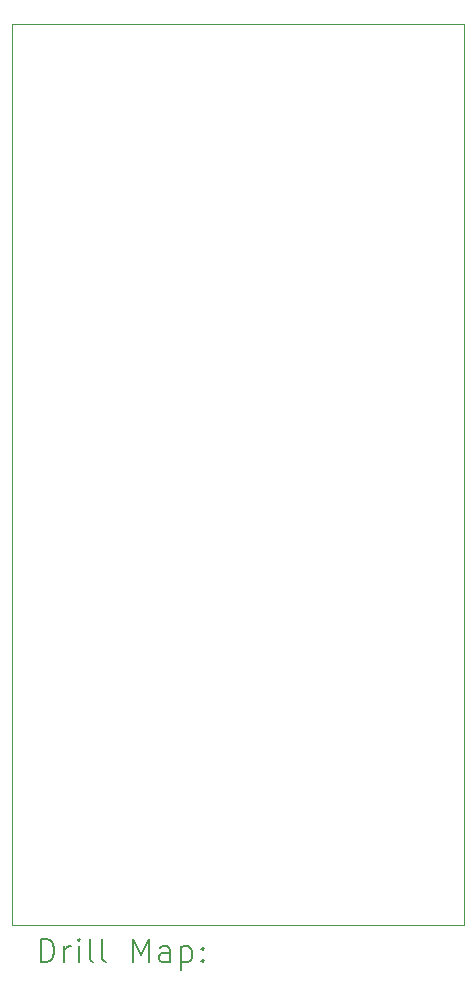
<source format=gbr>
%TF.GenerationSoftware,KiCad,Pcbnew,7.0.1*%
%TF.CreationDate,2023-04-04T13:23:31+02:00*%
%TF.ProjectId,weit_generator,77656974-5f67-4656-9e65-7261746f722e,rev?*%
%TF.SameCoordinates,Original*%
%TF.FileFunction,Drillmap*%
%TF.FilePolarity,Positive*%
%FSLAX45Y45*%
G04 Gerber Fmt 4.5, Leading zero omitted, Abs format (unit mm)*
G04 Created by KiCad (PCBNEW 7.0.1) date 2023-04-04 13:23:31*
%MOMM*%
%LPD*%
G01*
G04 APERTURE LIST*
%ADD10C,0.100000*%
%ADD11C,0.200000*%
G04 APERTURE END LIST*
D10*
X13275000Y-6500000D02*
X17100000Y-6500000D01*
X17100000Y-14125000D01*
X13275000Y-14125000D01*
X13275000Y-6500000D01*
D11*
X13517619Y-14442524D02*
X13517619Y-14242524D01*
X13517619Y-14242524D02*
X13565238Y-14242524D01*
X13565238Y-14242524D02*
X13593809Y-14252048D01*
X13593809Y-14252048D02*
X13612857Y-14271095D01*
X13612857Y-14271095D02*
X13622381Y-14290143D01*
X13622381Y-14290143D02*
X13631905Y-14328238D01*
X13631905Y-14328238D02*
X13631905Y-14356809D01*
X13631905Y-14356809D02*
X13622381Y-14394905D01*
X13622381Y-14394905D02*
X13612857Y-14413952D01*
X13612857Y-14413952D02*
X13593809Y-14433000D01*
X13593809Y-14433000D02*
X13565238Y-14442524D01*
X13565238Y-14442524D02*
X13517619Y-14442524D01*
X13717619Y-14442524D02*
X13717619Y-14309190D01*
X13717619Y-14347286D02*
X13727143Y-14328238D01*
X13727143Y-14328238D02*
X13736667Y-14318714D01*
X13736667Y-14318714D02*
X13755714Y-14309190D01*
X13755714Y-14309190D02*
X13774762Y-14309190D01*
X13841428Y-14442524D02*
X13841428Y-14309190D01*
X13841428Y-14242524D02*
X13831905Y-14252048D01*
X13831905Y-14252048D02*
X13841428Y-14261571D01*
X13841428Y-14261571D02*
X13850952Y-14252048D01*
X13850952Y-14252048D02*
X13841428Y-14242524D01*
X13841428Y-14242524D02*
X13841428Y-14261571D01*
X13965238Y-14442524D02*
X13946190Y-14433000D01*
X13946190Y-14433000D02*
X13936667Y-14413952D01*
X13936667Y-14413952D02*
X13936667Y-14242524D01*
X14070000Y-14442524D02*
X14050952Y-14433000D01*
X14050952Y-14433000D02*
X14041428Y-14413952D01*
X14041428Y-14413952D02*
X14041428Y-14242524D01*
X14298571Y-14442524D02*
X14298571Y-14242524D01*
X14298571Y-14242524D02*
X14365238Y-14385381D01*
X14365238Y-14385381D02*
X14431905Y-14242524D01*
X14431905Y-14242524D02*
X14431905Y-14442524D01*
X14612857Y-14442524D02*
X14612857Y-14337762D01*
X14612857Y-14337762D02*
X14603333Y-14318714D01*
X14603333Y-14318714D02*
X14584286Y-14309190D01*
X14584286Y-14309190D02*
X14546190Y-14309190D01*
X14546190Y-14309190D02*
X14527143Y-14318714D01*
X14612857Y-14433000D02*
X14593809Y-14442524D01*
X14593809Y-14442524D02*
X14546190Y-14442524D01*
X14546190Y-14442524D02*
X14527143Y-14433000D01*
X14527143Y-14433000D02*
X14517619Y-14413952D01*
X14517619Y-14413952D02*
X14517619Y-14394905D01*
X14517619Y-14394905D02*
X14527143Y-14375857D01*
X14527143Y-14375857D02*
X14546190Y-14366333D01*
X14546190Y-14366333D02*
X14593809Y-14366333D01*
X14593809Y-14366333D02*
X14612857Y-14356809D01*
X14708095Y-14309190D02*
X14708095Y-14509190D01*
X14708095Y-14318714D02*
X14727143Y-14309190D01*
X14727143Y-14309190D02*
X14765238Y-14309190D01*
X14765238Y-14309190D02*
X14784286Y-14318714D01*
X14784286Y-14318714D02*
X14793809Y-14328238D01*
X14793809Y-14328238D02*
X14803333Y-14347286D01*
X14803333Y-14347286D02*
X14803333Y-14404428D01*
X14803333Y-14404428D02*
X14793809Y-14423476D01*
X14793809Y-14423476D02*
X14784286Y-14433000D01*
X14784286Y-14433000D02*
X14765238Y-14442524D01*
X14765238Y-14442524D02*
X14727143Y-14442524D01*
X14727143Y-14442524D02*
X14708095Y-14433000D01*
X14889048Y-14423476D02*
X14898571Y-14433000D01*
X14898571Y-14433000D02*
X14889048Y-14442524D01*
X14889048Y-14442524D02*
X14879524Y-14433000D01*
X14879524Y-14433000D02*
X14889048Y-14423476D01*
X14889048Y-14423476D02*
X14889048Y-14442524D01*
X14889048Y-14318714D02*
X14898571Y-14328238D01*
X14898571Y-14328238D02*
X14889048Y-14337762D01*
X14889048Y-14337762D02*
X14879524Y-14328238D01*
X14879524Y-14328238D02*
X14889048Y-14318714D01*
X14889048Y-14318714D02*
X14889048Y-14337762D01*
M02*

</source>
